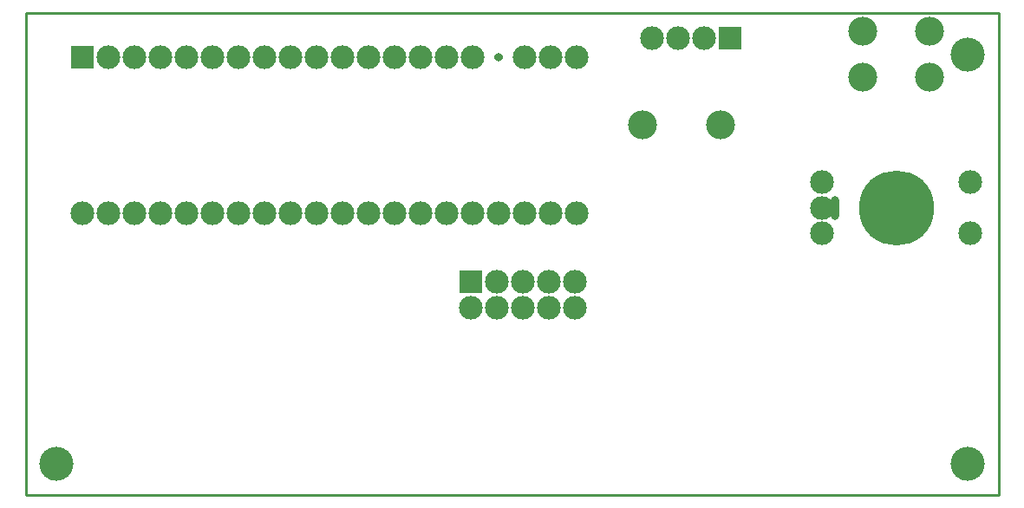
<source format=gbs>
%FSDAX42Y42*%
%MOMM*%
%SFA1B1*%

%IPPOS*%
%ADD18C,0.250000*%
%ADD32C,2.819994*%
%ADD33C,2.319995*%
%ADD34C,7.319985*%
%ADD35O,0.819998X2.319995*%
%ADD36C,3.319993*%
%ADD37R,2.319995X2.319995*%
%ADD38O,0.859998X0.819998*%
%LN3dp-glcd-1*%
%LPD*%
G54D18*
X002499Y002499D02*
X002499Y007199D01*
X011999Y007199D01*
X011999Y002499D02*
X011999Y007199D01*
X002499Y002499D02*
X011999Y002499D01*
G54D32*
X008518Y006109D03*
X009280Y006109D03*
X011324Y006574D03*
X011324Y007024D03*
X010674Y007024D03*
X010674Y006574D03*
G54D33*
X004827Y005245D03*
X005081Y005245D03*
X005335Y005245D03*
X005589Y005245D03*
X005843Y005245D03*
X003303Y006769D03*
X003557Y006769D03*
X003811Y006769D03*
X006351Y006769D03*
X006097Y006769D03*
X010274Y005549D03*
X010274Y005299D03*
X010274Y005049D03*
X011724Y005549D03*
X011724Y005049D03*
X004065Y006769D03*
X004319Y006769D03*
X004573Y006769D03*
X004827Y006769D03*
X005081Y006769D03*
X005335Y006769D03*
X005589Y006769D03*
X005843Y006769D03*
X006859Y006769D03*
X007367Y006769D03*
X007621Y006769D03*
X007875Y006769D03*
X007875Y005245D03*
X007621Y005245D03*
X007367Y005245D03*
X007113Y005245D03*
X006859Y005245D03*
X006605Y005245D03*
X003303Y005245D03*
X003049Y005245D03*
X006351Y005245D03*
X004573Y005245D03*
X004319Y005245D03*
X004065Y005245D03*
X003811Y005245D03*
X006849Y004325D03*
X007103Y004579D03*
X007103Y004325D03*
X007357Y004579D03*
X007357Y004325D03*
X007611Y004579D03*
X007611Y004325D03*
X007865Y004579D03*
X007865Y004325D03*
X006097Y005245D03*
X009123Y006959D03*
X008869Y006959D03*
X008615Y006959D03*
X006605Y006769D03*
X003557Y005245D03*
G54D34*
X010999Y005299D03*
G54D35*
X010399Y005299D03*
G54D36*
X011699Y002799D03*
X011699Y006799D03*
X002799Y002799D03*
G54D37*
X003049Y006769D03*
X006849Y004579D03*
X009377Y006959D03*
G54D38*
X007113Y006769D03*
M02*
</source>
